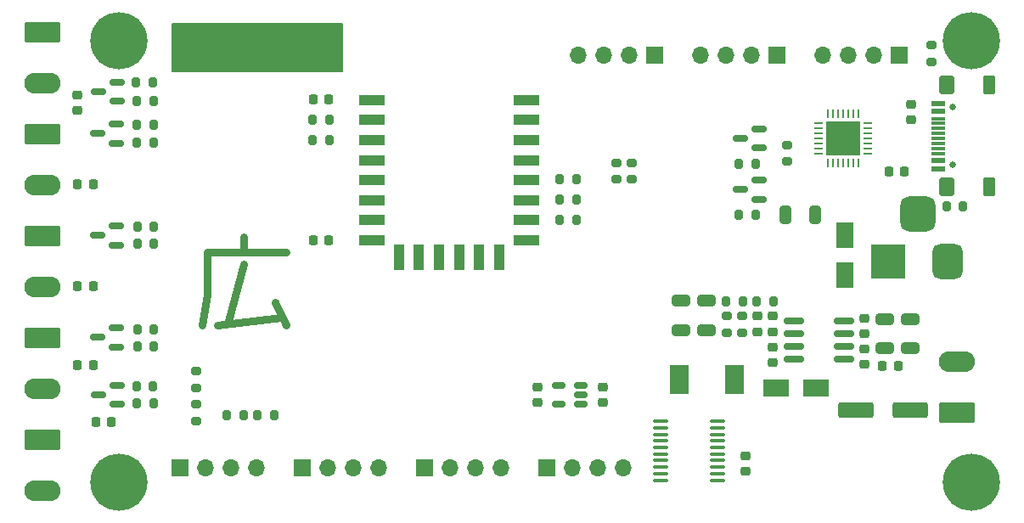
<source format=gbr>
%TF.GenerationSoftware,KiCad,Pcbnew,(5.99.0-9568-gb9d26a55f2)*%
%TF.CreationDate,2021-03-07T17:32:06+01:00*%
%TF.ProjectId,ESP-Hiro,4553502d-4869-4726-9f2e-6b696361645f,rev?*%
%TF.SameCoordinates,Original*%
%TF.FileFunction,Soldermask,Top*%
%TF.FilePolarity,Negative*%
%FSLAX46Y46*%
G04 Gerber Fmt 4.6, Leading zero omitted, Abs format (unit mm)*
G04 Created by KiCad (PCBNEW (5.99.0-9568-gb9d26a55f2)) date 2021-03-07 17:32:06*
%MOMM*%
%LPD*%
G01*
G04 APERTURE LIST*
G04 Aperture macros list*
%AMRoundRect*
0 Rectangle with rounded corners*
0 $1 Rounding radius*
0 $2 $3 $4 $5 $6 $7 $8 $9 X,Y pos of 4 corners*
0 Add a 4 corners polygon primitive as box body*
4,1,4,$2,$3,$4,$5,$6,$7,$8,$9,$2,$3,0*
0 Add four circle primitives for the rounded corners*
1,1,$1+$1,$2,$3*
1,1,$1+$1,$4,$5*
1,1,$1+$1,$6,$7*
1,1,$1+$1,$8,$9*
0 Add four rect primitives between the rounded corners*
20,1,$1+$1,$2,$3,$4,$5,0*
20,1,$1+$1,$4,$5,$6,$7,0*
20,1,$1+$1,$6,$7,$8,$9,0*
20,1,$1+$1,$8,$9,$2,$3,0*%
G04 Aperture macros list end*
%ADD10C,0.800000*%
%ADD11C,0.150000*%
%ADD12RoundRect,0.225000X-0.225000X-0.675000X0.225000X-0.675000X0.225000X0.675000X-0.225000X0.675000X0*%
%ADD13O,1.600000X1.600000*%
%ADD14C,1.600000*%
%ADD15O,1.700000X1.700000*%
%ADD16R,1.700000X1.700000*%
%ADD17R,1.950000X3.000000*%
%ADD18O,3.600000X2.080000*%
%ADD19RoundRect,0.249999X-1.550001X0.790001X-1.550001X-0.790001X1.550001X-0.790001X1.550001X0.790001X0*%
%ADD20RoundRect,0.249999X1.550001X-0.790001X1.550001X0.790001X-1.550001X0.790001X-1.550001X-0.790001X0*%
%ADD21RoundRect,0.250000X0.650000X-0.325000X0.650000X0.325000X-0.650000X0.325000X-0.650000X-0.325000X0*%
%ADD22RoundRect,0.225000X-0.250000X0.225000X-0.250000X-0.225000X0.250000X-0.225000X0.250000X0.225000X0*%
%ADD23RoundRect,0.225000X0.250000X-0.225000X0.250000X0.225000X-0.250000X0.225000X-0.250000X-0.225000X0*%
%ADD24RoundRect,0.225000X-0.225000X-0.250000X0.225000X-0.250000X0.225000X0.250000X-0.225000X0.250000X0*%
%ADD25R,2.500000X1.800000*%
%ADD26RoundRect,0.150000X0.587500X0.150000X-0.587500X0.150000X-0.587500X-0.150000X0.587500X-0.150000X0*%
%ADD27RoundRect,0.200000X0.200000X0.275000X-0.200000X0.275000X-0.200000X-0.275000X0.200000X-0.275000X0*%
%ADD28RoundRect,0.200000X0.275000X-0.200000X0.275000X0.200000X-0.275000X0.200000X-0.275000X-0.200000X0*%
%ADD29RoundRect,0.200000X-0.200000X-0.275000X0.200000X-0.275000X0.200000X0.275000X-0.200000X0.275000X0*%
%ADD30RoundRect,0.200000X-0.275000X0.200000X-0.275000X-0.200000X0.275000X-0.200000X0.275000X0.200000X0*%
%ADD31RoundRect,0.150000X0.825000X0.150000X-0.825000X0.150000X-0.825000X-0.150000X0.825000X-0.150000X0*%
%ADD32R,2.500000X1.100000*%
%ADD33R,1.100000X2.500000*%
%ADD34RoundRect,0.150000X0.512500X0.150000X-0.512500X0.150000X-0.512500X-0.150000X0.512500X-0.150000X0*%
%ADD35RoundRect,0.250000X0.325000X0.650000X-0.325000X0.650000X-0.325000X-0.650000X0.325000X-0.650000X0*%
%ADD36RoundRect,0.225000X0.225000X0.250000X-0.225000X0.250000X-0.225000X-0.250000X0.225000X-0.250000X0*%
%ADD37R,1.800000X2.500000*%
%ADD38RoundRect,0.062500X0.337500X0.062500X-0.337500X0.062500X-0.337500X-0.062500X0.337500X-0.062500X0*%
%ADD39RoundRect,0.062500X0.062500X0.337500X-0.062500X0.337500X-0.062500X-0.337500X0.062500X-0.337500X0*%
%ADD40R,3.350000X3.350000*%
%ADD41C,0.650000*%
%ADD42R,1.450000X0.600000*%
%ADD43R,1.450000X0.300000*%
%ADD44RoundRect,0.120000X0.480000X-0.780000X0.480000X0.780000X-0.480000X0.780000X-0.480000X-0.780000X0*%
%ADD45RoundRect,0.145000X0.580000X-0.755000X0.580000X0.755000X-0.580000X0.755000X-0.580000X-0.755000X0*%
%ADD46C,5.700000*%
%ADD47RoundRect,0.100000X-0.637500X-0.100000X0.637500X-0.100000X0.637500X0.100000X-0.637500X0.100000X0*%
%ADD48R,3.500000X3.500000*%
%ADD49RoundRect,0.750000X0.750000X1.000000X-0.750000X1.000000X-0.750000X-1.000000X0.750000X-1.000000X0*%
%ADD50RoundRect,0.875000X0.875000X0.875000X-0.875000X0.875000X-0.875000X-0.875000X0.875000X-0.875000X0*%
%ADD51RoundRect,0.250000X1.500000X0.550000X-1.500000X0.550000X-1.500000X-0.550000X1.500000X-0.550000X0*%
G04 APERTURE END LIST*
D10*
X120833333Y-104100000D02*
X128690476Y-104100000D01*
X124500000Y-102576190D02*
X124500000Y-104100000D01*
X124500000Y-105242857D02*
X122928571Y-110957142D01*
X120833333Y-104100000D02*
X120833333Y-108290476D01*
X120309523Y-111338095D01*
X121880952Y-111338095D02*
X128166666Y-110576190D01*
X127642857Y-109052380D02*
X128690476Y-111338095D01*
D11*
%TO.C,LOGO1*%
X134301200Y-81323600D02*
X117334000Y-81323600D01*
X117334000Y-81323600D02*
X117334000Y-86048000D01*
X117334000Y-86048000D02*
X134301200Y-86048000D01*
X134301200Y-86048000D02*
X134301200Y-81323600D01*
G36*
X134301200Y-86048000D02*
G01*
X117334000Y-86048000D01*
X117334000Y-81323600D01*
X134301200Y-81323600D01*
X134301200Y-86048000D01*
G37*
X134301200Y-86048000D02*
X117334000Y-86048000D01*
X117334000Y-81323600D01*
X134301200Y-81323600D01*
X134301200Y-86048000D01*
%TD*%
D12*
%TO.C,LOGO1*%
X125328600Y-82796800D03*
D13*
X130008600Y-82796800D03*
D14*
X122388600Y-82796800D03*
D12*
X127068600Y-82796800D03*
%TD*%
D15*
%TO.C,J9*%
X169998000Y-84400000D03*
X172538000Y-84400000D03*
X175078000Y-84400000D03*
D16*
X177618000Y-84400000D03*
%TD*%
D15*
%TO.C,J13*%
X150124000Y-125563000D03*
X147584000Y-125563000D03*
X145044000Y-125563000D03*
D16*
X142504000Y-125563000D03*
%TD*%
D15*
%TO.C,J12*%
X137932000Y-125600000D03*
X135392000Y-125600000D03*
X132852000Y-125600000D03*
D16*
X130312000Y-125600000D03*
%TD*%
D15*
%TO.C,J11*%
X157806000Y-84400000D03*
X160346000Y-84400000D03*
X162886000Y-84400000D03*
D16*
X165426000Y-84400000D03*
%TD*%
D15*
%TO.C,J15*%
X125740000Y-125600000D03*
X123200000Y-125600000D03*
X120660000Y-125600000D03*
D16*
X118120000Y-125600000D03*
%TD*%
D15*
%TO.C,J14*%
X162310000Y-125563000D03*
X159770000Y-125563000D03*
X157230000Y-125563000D03*
D16*
X154690000Y-125563000D03*
%TD*%
D15*
%TO.C,J10*%
X182190000Y-84410000D03*
X184730000Y-84410000D03*
X187270000Y-84410000D03*
D16*
X189810000Y-84410000D03*
%TD*%
D17*
%TO.C,L1*%
X167924000Y-116782000D03*
X173424000Y-116782000D03*
%TD*%
D18*
%TO.C,J5*%
X104410000Y-127850000D03*
D19*
X104410000Y-122770000D03*
%TD*%
D18*
%TO.C,J2*%
X104410000Y-97370000D03*
D19*
X104410000Y-92290000D03*
%TD*%
D18*
%TO.C,J1*%
X104410000Y-87210000D03*
D19*
X104410000Y-82130000D03*
%TD*%
D18*
%TO.C,J3*%
X104410000Y-107530000D03*
D19*
X104410000Y-102450000D03*
%TD*%
D18*
%TO.C,J4*%
X104410000Y-117690000D03*
D19*
X104410000Y-112610000D03*
%TD*%
D18*
%TO.C,J8*%
X195590000Y-114970000D03*
D20*
X195590000Y-120050000D03*
%TD*%
D21*
%TO.C,C7*%
X190959000Y-113685000D03*
X190959000Y-110735000D03*
%TD*%
%TO.C,C8*%
X188419000Y-113685000D03*
X188419000Y-110735000D03*
%TD*%
D22*
%TO.C,C10*%
X186387000Y-113734000D03*
X186387000Y-115284000D03*
%TD*%
D23*
%TO.C,C11*%
X177243000Y-115076002D03*
X177243000Y-113526002D03*
%TD*%
%TO.C,C12*%
X186387000Y-112223000D03*
X186387000Y-110673000D03*
%TD*%
%TO.C,C14*%
X177243000Y-112015002D03*
X177243000Y-110465002D03*
%TD*%
%TO.C,C15*%
X175719000Y-112015002D03*
X175719000Y-110465002D03*
%TD*%
D21*
%TO.C,C16*%
X168099000Y-111886002D03*
X168099000Y-108936002D03*
%TD*%
%TO.C,C17*%
X170639000Y-111886002D03*
X170639000Y-108936002D03*
%TD*%
D24*
%TO.C,C1*%
X131418000Y-88842000D03*
X132968000Y-88842000D03*
%TD*%
%TO.C,C2*%
X131418000Y-102939000D03*
X132968000Y-102939000D03*
%TD*%
D23*
%TO.C,C18*%
X160260000Y-119081000D03*
X160260000Y-117531000D03*
%TD*%
%TO.C,C19*%
X153783000Y-119081000D03*
X153783000Y-117531000D03*
%TD*%
D25*
%TO.C,D2*%
X177564000Y-117603002D03*
X181564000Y-117603002D03*
%TD*%
D26*
%TO.C,Q1*%
X111843000Y-89030000D03*
X111843000Y-87130000D03*
X109968000Y-88080000D03*
%TD*%
D27*
%TO.C,R13*%
X177306000Y-108954002D03*
X175656000Y-108954002D03*
%TD*%
D28*
%TO.C,R14*%
X172671000Y-112090002D03*
X172671000Y-110440002D03*
%TD*%
%TO.C,R15*%
X174195000Y-112090002D03*
X174195000Y-110440002D03*
%TD*%
D29*
%TO.C,R16*%
X172608000Y-108954002D03*
X174258000Y-108954002D03*
%TD*%
D28*
%TO.C,R6*%
X161657000Y-96843000D03*
X161657000Y-95193000D03*
%TD*%
%TO.C,R7*%
X163181000Y-96843000D03*
X163181000Y-95193000D03*
%TD*%
D27*
%TO.C,R8*%
X157656000Y-96843000D03*
X156006000Y-96843000D03*
%TD*%
%TO.C,R9*%
X157656000Y-98875000D03*
X156006000Y-98875000D03*
%TD*%
D29*
%TO.C,R10*%
X131368000Y-92906000D03*
X133018000Y-92906000D03*
%TD*%
%TO.C,R11*%
X131368000Y-90874000D03*
X133018000Y-90874000D03*
%TD*%
D27*
%TO.C,R12*%
X157656000Y-100907000D03*
X156006000Y-100907000D03*
%TD*%
D30*
%TO.C,R18*%
X119747000Y-119259000D03*
X119747000Y-120909000D03*
%TD*%
%TO.C,R19*%
X119747000Y-115957000D03*
X119747000Y-117607000D03*
%TD*%
D29*
%TO.C,R21*%
X113816600Y-88994400D03*
X115466600Y-88994400D03*
%TD*%
%TO.C,R22*%
X113842000Y-93160000D03*
X115492000Y-93160000D03*
%TD*%
%TO.C,R23*%
X113867400Y-103269200D03*
X115517400Y-103269200D03*
%TD*%
%TO.C,R24*%
X113867400Y-113480000D03*
X115517400Y-113480000D03*
%TD*%
%TO.C,R25*%
X113816600Y-119169600D03*
X115466600Y-119169600D03*
%TD*%
D27*
%TO.C,R26*%
X115415800Y-87114800D03*
X113765800Y-87114800D03*
%TD*%
%TO.C,R27*%
X115492000Y-91382000D03*
X113842000Y-91382000D03*
%TD*%
%TO.C,R28*%
X115517400Y-101542000D03*
X113867400Y-101542000D03*
%TD*%
%TO.C,R29*%
X115529600Y-111752800D03*
X113879600Y-111752800D03*
%TD*%
%TO.C,R30*%
X115454400Y-117493200D03*
X113804400Y-117493200D03*
%TD*%
D31*
%TO.C,U3*%
X184325000Y-114779000D03*
X184325000Y-113509000D03*
X184325000Y-112239000D03*
X184325000Y-110969000D03*
X179375000Y-110969000D03*
X179375000Y-112239000D03*
X179375000Y-113509000D03*
X179375000Y-114779000D03*
%TD*%
D32*
%TO.C,U1*%
X137258000Y-88900000D03*
X137258000Y-90900000D03*
X137258000Y-92900000D03*
X137258000Y-94900000D03*
X137258000Y-96900000D03*
X137258000Y-98900000D03*
X137258000Y-100900000D03*
X137258000Y-102900000D03*
X152658000Y-102900000D03*
X152658000Y-100900000D03*
X152658000Y-98900000D03*
X152658000Y-96900000D03*
X152658000Y-94900000D03*
X152658000Y-92900000D03*
X152658000Y-90900000D03*
X152658000Y-88900000D03*
D33*
X139948000Y-104600000D03*
X141948000Y-104600000D03*
X143948000Y-104600000D03*
X145948000Y-104600000D03*
X147948000Y-104600000D03*
X149948000Y-104600000D03*
%TD*%
D34*
%TO.C,U4*%
X158127500Y-119256000D03*
X158127500Y-118306000D03*
X158127500Y-117356000D03*
X155852500Y-117356000D03*
X155852500Y-119256000D03*
%TD*%
D22*
%TO.C,C4*%
X190994000Y-89337000D03*
X190994000Y-90887000D03*
%TD*%
D35*
%TO.C,C6*%
X181475000Y-100399000D03*
X178525000Y-100399000D03*
%TD*%
D36*
%TO.C,C9*%
X190372000Y-96081000D03*
X188822000Y-96081000D03*
%TD*%
D37*
%TO.C,D1*%
X184390000Y-106349800D03*
X184390000Y-102349800D03*
%TD*%
D26*
%TO.C,Q6*%
X175865500Y-98808500D03*
X175865500Y-96908500D03*
X173990500Y-97858500D03*
%TD*%
%TO.C,Q7*%
X175865500Y-93666000D03*
X175865500Y-91766000D03*
X173990500Y-92716000D03*
%TD*%
D28*
%TO.C,R1*%
X193026000Y-85095000D03*
X193026000Y-83445000D03*
%TD*%
D27*
%TO.C,R2*%
X196200000Y-99510000D03*
X194550000Y-99510000D03*
%TD*%
D30*
%TO.C,R3*%
X178675000Y-93415000D03*
X178675000Y-95065000D03*
%TD*%
D27*
%TO.C,R4*%
X175499000Y-100398500D03*
X173849000Y-100398500D03*
%TD*%
%TO.C,R5*%
X175499000Y-95256000D03*
X173849000Y-95256000D03*
%TD*%
D38*
%TO.C,U2*%
X186713000Y-94250000D03*
X186713000Y-93750000D03*
X186713000Y-93250000D03*
X186713000Y-92750000D03*
X186713000Y-92250000D03*
X186713000Y-91750000D03*
X186713000Y-91250000D03*
D39*
X185763000Y-90300000D03*
X185263000Y-90300000D03*
X184763000Y-90300000D03*
X184263000Y-90300000D03*
X183763000Y-90300000D03*
X183263000Y-90300000D03*
X182763000Y-90300000D03*
D38*
X181813000Y-91250000D03*
X181813000Y-91750000D03*
X181813000Y-92250000D03*
X181813000Y-92750000D03*
X181813000Y-93250000D03*
X181813000Y-93750000D03*
X181813000Y-94250000D03*
D39*
X182763000Y-95200000D03*
X183263000Y-95200000D03*
X183763000Y-95200000D03*
X184263000Y-95200000D03*
X184763000Y-95200000D03*
X185263000Y-95200000D03*
X185763000Y-95200000D03*
D40*
X184263000Y-92750000D03*
%TD*%
D41*
%TO.C,J6*%
X195150000Y-95390000D03*
X195150000Y-89610000D03*
D42*
X193705000Y-95750000D03*
X193705000Y-94950000D03*
D43*
X193705000Y-93750000D03*
X193705000Y-92750000D03*
X193705000Y-92250000D03*
X193705000Y-91250000D03*
D42*
X193705000Y-90050000D03*
X193705000Y-89250000D03*
X193705000Y-89250000D03*
X193705000Y-90050000D03*
D43*
X193705000Y-90750000D03*
X193705000Y-91750000D03*
X193705000Y-93250000D03*
X193705000Y-94250000D03*
D42*
X193705000Y-94950000D03*
X193705000Y-95750000D03*
D44*
X198800000Y-97570000D03*
X198800000Y-87430000D03*
D45*
X194620000Y-97570000D03*
X194620000Y-87430000D03*
%TD*%
D26*
%TO.C,Q2*%
X111794500Y-93221000D03*
X111794500Y-91321000D03*
X109919500Y-92271000D03*
%TD*%
D24*
%TO.C,C24*%
X107923000Y-115359600D03*
X109473000Y-115359600D03*
%TD*%
D46*
%TO.C,H1*%
X112000000Y-83000000D03*
%TD*%
D29*
%TO.C,R17*%
X125844000Y-120338000D03*
X127494000Y-120338000D03*
%TD*%
D46*
%TO.C,H4*%
X197000000Y-83000000D03*
%TD*%
D26*
%TO.C,Q5*%
X111870700Y-119256000D03*
X111870700Y-117356000D03*
X109995700Y-118306000D03*
%TD*%
D46*
%TO.C,H2*%
X112000000Y-127000000D03*
%TD*%
D24*
%TO.C,C23*%
X107923000Y-107485600D03*
X109473000Y-107485600D03*
%TD*%
D23*
%TO.C,C20*%
X174484000Y-125939000D03*
X174484000Y-124389000D03*
%TD*%
D27*
%TO.C,R20*%
X124446000Y-120338000D03*
X122796000Y-120338000D03*
%TD*%
D26*
%TO.C,Q3*%
X111794500Y-103381000D03*
X111794500Y-101481000D03*
X109919500Y-102431000D03*
%TD*%
D24*
%TO.C,C25*%
X109751800Y-120998400D03*
X111301800Y-120998400D03*
%TD*%
%TO.C,C22*%
X107923000Y-97351000D03*
X109473000Y-97351000D03*
%TD*%
%TO.C,C5*%
X188174000Y-115452998D03*
X189724000Y-115452998D03*
%TD*%
D46*
%TO.C,H3*%
X197000000Y-127000000D03*
%TD*%
D22*
%TO.C,C21*%
X107885200Y-88422600D03*
X107885200Y-89972600D03*
%TD*%
D47*
%TO.C,U5*%
X166033500Y-120969000D03*
X166033500Y-121619000D03*
X166033500Y-122269000D03*
X166033500Y-122919000D03*
X166033500Y-123569000D03*
X166033500Y-124219000D03*
X166033500Y-124869000D03*
X166033500Y-125519000D03*
X166033500Y-126169000D03*
X166033500Y-126819000D03*
X171758500Y-126819000D03*
X171758500Y-126169000D03*
X171758500Y-125519000D03*
X171758500Y-124869000D03*
X171758500Y-124219000D03*
X171758500Y-123569000D03*
X171758500Y-122919000D03*
X171758500Y-122269000D03*
X171758500Y-121619000D03*
X171758500Y-120969000D03*
%TD*%
D48*
%TO.C,J7*%
X188700000Y-105000000D03*
D49*
X194700000Y-105000000D03*
D50*
X191700000Y-100300000D03*
%TD*%
D51*
%TO.C,C3*%
X190900000Y-119830000D03*
X185500000Y-119830000D03*
%TD*%
D26*
%TO.C,Q4*%
X111794500Y-113541000D03*
X111794500Y-111641000D03*
X109919500Y-112591000D03*
%TD*%
M02*

</source>
